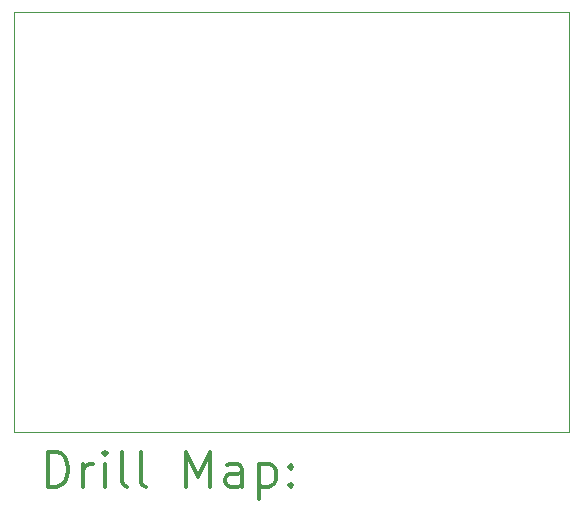
<source format=gbr>
%FSLAX45Y45*%
G04 Gerber Fmt 4.5, Leading zero omitted, Abs format (unit mm)*
G04 Created by KiCad (PCBNEW (5.1.9)-1) date 2021-11-03 21:44:59*
%MOMM*%
%LPD*%
G01*
G04 APERTURE LIST*
%TA.AperFunction,Profile*%
%ADD10C,0.050000*%
%TD*%
%ADD11C,0.200000*%
%ADD12C,0.300000*%
G04 APERTURE END LIST*
D10*
X15240000Y-11811000D02*
X10541000Y-11811000D01*
X15240000Y-15367000D02*
X15240000Y-11811000D01*
X10541000Y-15367000D02*
X15240000Y-15367000D01*
X10541000Y-11811000D02*
X10541000Y-15367000D01*
D11*
D12*
X10824928Y-15835214D02*
X10824928Y-15535214D01*
X10896357Y-15535214D01*
X10939214Y-15549500D01*
X10967786Y-15578071D01*
X10982071Y-15606643D01*
X10996357Y-15663786D01*
X10996357Y-15706643D01*
X10982071Y-15763786D01*
X10967786Y-15792357D01*
X10939214Y-15820929D01*
X10896357Y-15835214D01*
X10824928Y-15835214D01*
X11124928Y-15835214D02*
X11124928Y-15635214D01*
X11124928Y-15692357D02*
X11139214Y-15663786D01*
X11153500Y-15649500D01*
X11182071Y-15635214D01*
X11210643Y-15635214D01*
X11310643Y-15835214D02*
X11310643Y-15635214D01*
X11310643Y-15535214D02*
X11296357Y-15549500D01*
X11310643Y-15563786D01*
X11324928Y-15549500D01*
X11310643Y-15535214D01*
X11310643Y-15563786D01*
X11496357Y-15835214D02*
X11467786Y-15820929D01*
X11453500Y-15792357D01*
X11453500Y-15535214D01*
X11653500Y-15835214D02*
X11624928Y-15820929D01*
X11610643Y-15792357D01*
X11610643Y-15535214D01*
X11996357Y-15835214D02*
X11996357Y-15535214D01*
X12096357Y-15749500D01*
X12196357Y-15535214D01*
X12196357Y-15835214D01*
X12467786Y-15835214D02*
X12467786Y-15678071D01*
X12453500Y-15649500D01*
X12424928Y-15635214D01*
X12367786Y-15635214D01*
X12339214Y-15649500D01*
X12467786Y-15820929D02*
X12439214Y-15835214D01*
X12367786Y-15835214D01*
X12339214Y-15820929D01*
X12324928Y-15792357D01*
X12324928Y-15763786D01*
X12339214Y-15735214D01*
X12367786Y-15720929D01*
X12439214Y-15720929D01*
X12467786Y-15706643D01*
X12610643Y-15635214D02*
X12610643Y-15935214D01*
X12610643Y-15649500D02*
X12639214Y-15635214D01*
X12696357Y-15635214D01*
X12724928Y-15649500D01*
X12739214Y-15663786D01*
X12753500Y-15692357D01*
X12753500Y-15778071D01*
X12739214Y-15806643D01*
X12724928Y-15820929D01*
X12696357Y-15835214D01*
X12639214Y-15835214D01*
X12610643Y-15820929D01*
X12882071Y-15806643D02*
X12896357Y-15820929D01*
X12882071Y-15835214D01*
X12867786Y-15820929D01*
X12882071Y-15806643D01*
X12882071Y-15835214D01*
X12882071Y-15649500D02*
X12896357Y-15663786D01*
X12882071Y-15678071D01*
X12867786Y-15663786D01*
X12882071Y-15649500D01*
X12882071Y-15678071D01*
M02*

</source>
